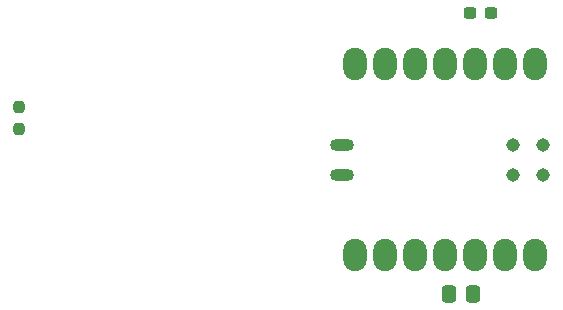
<source format=gbr>
%TF.GenerationSoftware,KiCad,Pcbnew,8.0.4-8.0.4-0~ubuntu22.04.1*%
%TF.CreationDate,2024-07-31T14:37:32+09:00*%
%TF.ProjectId,Q960,51393630-2e6b-4696-9361-645f70636258,1.00*%
%TF.SameCoordinates,Original*%
%TF.FileFunction,Paste,Top*%
%TF.FilePolarity,Positive*%
%FSLAX46Y46*%
G04 Gerber Fmt 4.6, Leading zero omitted, Abs format (unit mm)*
G04 Created by KiCad (PCBNEW 8.0.4-8.0.4-0~ubuntu22.04.1) date 2024-07-31 14:37:32*
%MOMM*%
%LPD*%
G01*
G04 APERTURE LIST*
G04 Aperture macros list*
%AMRoundRect*
0 Rectangle with rounded corners*
0 $1 Rounding radius*
0 $2 $3 $4 $5 $6 $7 $8 $9 X,Y pos of 4 corners*
0 Add a 4 corners polygon primitive as box body*
4,1,4,$2,$3,$4,$5,$6,$7,$8,$9,$2,$3,0*
0 Add four circle primitives for the rounded corners*
1,1,$1+$1,$2,$3*
1,1,$1+$1,$4,$5*
1,1,$1+$1,$6,$7*
1,1,$1+$1,$8,$9*
0 Add four rect primitives between the rounded corners*
20,1,$1+$1,$2,$3,$4,$5,0*
20,1,$1+$1,$4,$5,$6,$7,0*
20,1,$1+$1,$6,$7,$8,$9,0*
20,1,$1+$1,$8,$9,$2,$3,0*%
G04 Aperture macros list end*
%ADD10RoundRect,0.237500X0.237500X-0.250000X0.237500X0.250000X-0.237500X0.250000X-0.237500X-0.250000X0*%
%ADD11O,1.998980X2.748280*%
%ADD12O,2.032000X1.016000*%
%ADD13C,1.143000*%
%ADD14RoundRect,0.250000X0.337500X0.475000X-0.337500X0.475000X-0.337500X-0.475000X0.337500X-0.475000X0*%
%ADD15RoundRect,0.237500X-0.300000X-0.237500X0.300000X-0.237500X0.300000X0.237500X-0.300000X0.237500X0*%
G04 APERTURE END LIST*
D10*
%TO.C,R101*%
X133644000Y-103748000D03*
X133644000Y-101923000D03*
%TD*%
D11*
%TO.C,U101*%
X177332000Y-98240000D03*
X174792000Y-98240000D03*
X172252000Y-98240000D03*
X169712000Y-98240000D03*
X167172000Y-98240000D03*
X164632000Y-98240000D03*
X162092000Y-98240000D03*
X162092000Y-114404560D03*
X164632000Y-114404560D03*
X167172000Y-114404560D03*
X169712000Y-114404560D03*
X172252000Y-114404560D03*
X174792000Y-114404560D03*
X177332000Y-114404560D03*
D12*
X161014180Y-105106880D03*
X161014180Y-107656880D03*
D13*
X178018367Y-105105683D03*
X178018367Y-107645683D03*
X175478367Y-105105683D03*
X175478367Y-107645683D03*
%TD*%
D14*
%TO.C,C102*%
X172106500Y-117729000D03*
X170031500Y-117729000D03*
%TD*%
D15*
%TO.C,C101*%
X171857500Y-93922000D03*
X173582500Y-93922000D03*
%TD*%
M02*

</source>
